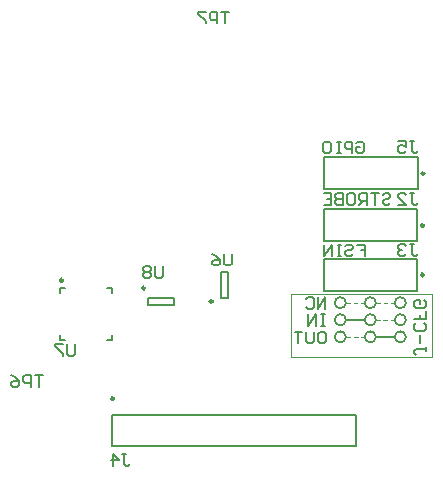
<source format=gbo>
G04*
G04 #@! TF.GenerationSoftware,Altium Limited,Altium Designer,24.2.2 (26)*
G04*
G04 Layer_Color=32896*
%FSLAX44Y44*%
%MOMM*%
G71*
G04*
G04 #@! TF.SameCoordinates,6EDC250C-81D3-48BC-95F6-F0A130F5604E*
G04*
G04*
G04 #@! TF.FilePolarity,Positive*
G04*
G01*
G75*
%ADD10C,0.1000*%
%ADD11C,0.2500*%
%ADD12C,0.2000*%
%ADD13C,0.1530*%
D10*
X340391Y131050D02*
X343538D01*
X347021D02*
X350168D01*
X353198D02*
X356345D01*
X366091Y145550D02*
X369239D01*
X372024Y145426D02*
X375171D01*
X378205Y145384D02*
X381352D01*
X378387Y160000D02*
X381534D01*
X372206D02*
X375353D01*
X366273D02*
X369421D01*
X353137D02*
X356284D01*
X346960D02*
X350107D01*
X340330D02*
X343477D01*
X293500Y167200D02*
X413400D01*
Y122800D02*
Y167200D01*
Y114380D02*
Y122800D01*
X293500Y114380D02*
X413400D01*
X293500D02*
Y167200D01*
D11*
X100750Y179000D02*
G03*
X100750Y179000I-1250J0D01*
G01*
X406750Y269500D02*
G03*
X406750Y269500I-1250J0D01*
G01*
X406350Y225500D02*
G03*
X406350Y225500I-1250J0D01*
G01*
Y183500D02*
G03*
X406350Y183500I-1250J0D01*
G01*
X143850Y78800D02*
G03*
X143850Y78800I-1250J0D01*
G01*
X227658Y161133D02*
G03*
X227658Y161133I-1250J0D01*
G01*
X170408Y172383D02*
G03*
X170408Y172383I-1250J0D01*
G01*
D12*
X340330Y131046D02*
G03*
X340330Y131046I-4730J0D01*
G01*
X365730D02*
G03*
X365730Y131046I-4730J0D01*
G01*
X391130D02*
G03*
X391130Y131046I-4730J0D01*
G01*
X340330Y145547D02*
G03*
X340330Y145547I-4730J0D01*
G01*
X365730D02*
G03*
X365730Y145547I-4730J0D01*
G01*
X391130D02*
G03*
X391130Y145547I-4730J0D01*
G01*
Y160000D02*
G03*
X391130Y160000I-4730J0D01*
G01*
X365730D02*
G03*
X365730Y160000I-4730J0D01*
G01*
X340330D02*
G03*
X340330Y160000I-4730J0D01*
G01*
X98000Y172500D02*
X102250D01*
X98000Y168250D02*
Y172500D01*
Y128500D02*
Y132750D01*
Y128500D02*
X102250D01*
X137750D02*
X142000D01*
Y132750D01*
X137750Y172500D02*
X142000D01*
Y168250D02*
Y172500D01*
X366235Y131050D02*
X381670D01*
X340736Y145550D02*
X356299Y145541D01*
X321800Y256050D02*
Y282950D01*
X401000D01*
Y256050D02*
Y282950D01*
X321800Y256050D02*
X401000D01*
X321400Y212050D02*
Y238950D01*
X400600D01*
Y212050D02*
Y238950D01*
X321400Y212050D02*
X400600D01*
X321400Y170050D02*
Y196950D01*
X400600D01*
Y170050D02*
Y196950D01*
X321400Y170050D02*
X400600D01*
X142700Y65250D02*
X348900D01*
X142700Y38350D02*
Y65250D01*
Y38350D02*
X348900D01*
Y65250D01*
X234408Y186383D02*
X240408D01*
X234408Y164383D02*
X240408D01*
Y186383D01*
X234408Y164383D02*
Y186383D01*
X172408Y164383D02*
X194408D01*
X172408Y158383D02*
X194408D01*
X172408D02*
Y164383D01*
X194408Y158383D02*
Y164383D01*
D13*
X322970Y154530D02*
Y164527D01*
X316306Y154530D01*
Y164527D01*
X306309Y162861D02*
X307975Y164527D01*
X311307D01*
X312973Y162861D01*
Y156196D01*
X311307Y154530D01*
X307975D01*
X306309Y156196D01*
X371382Y250811D02*
X373049Y252477D01*
X376381D01*
X378047Y250811D01*
Y249144D01*
X376381Y247478D01*
X373049D01*
X371382Y245812D01*
Y244146D01*
X373049Y242480D01*
X376381D01*
X378047Y244146D01*
X368050Y252477D02*
X361386D01*
X364718D01*
Y242480D01*
X358053D02*
Y252477D01*
X353055D01*
X351389Y250811D01*
Y247478D01*
X353055Y245812D01*
X358053D01*
X354721D02*
X351389Y242480D01*
X343058Y252477D02*
X346390D01*
X348057Y250811D01*
Y244146D01*
X346390Y242480D01*
X343058D01*
X341392Y244146D01*
Y250811D01*
X343058Y252477D01*
X338060D02*
Y242480D01*
X333061D01*
X331395Y244146D01*
Y245812D01*
X333061Y247478D01*
X338060D01*
X333061D01*
X331395Y249144D01*
Y250811D01*
X333061Y252477D01*
X338060D01*
X321399D02*
X328063D01*
Y242480D01*
X321399D01*
X328063Y247478D02*
X324731D01*
X318472Y135527D02*
X321804D01*
X323470Y133861D01*
Y127196D01*
X321804Y125530D01*
X318472D01*
X316805Y127196D01*
Y133861D01*
X318472Y135527D01*
X313473D02*
Y127196D01*
X311807Y125530D01*
X308475D01*
X306809Y127196D01*
Y135527D01*
X303477D02*
X296812D01*
X300144D01*
Y125530D01*
X349219Y294811D02*
X350885Y296477D01*
X354217D01*
X355883Y294811D01*
Y288146D01*
X354217Y286480D01*
X350885D01*
X349219Y288146D01*
Y291478D01*
X352551D01*
X345887Y286480D02*
Y296477D01*
X340888D01*
X339222Y294811D01*
Y291478D01*
X340888Y289812D01*
X345887D01*
X335890Y296477D02*
X332558D01*
X334224D01*
Y286480D01*
X335890D01*
X332558D01*
X322561Y296477D02*
X325893D01*
X327559Y294811D01*
Y288146D01*
X325893Y286480D01*
X322561D01*
X320895Y288146D01*
Y294811D01*
X322561Y296477D01*
X349898Y209255D02*
X356562D01*
Y204257D01*
X353230D01*
X356562D01*
Y199258D01*
X339901Y207589D02*
X341567Y209255D01*
X344899D01*
X346565Y207589D01*
Y205923D01*
X344899Y204257D01*
X341567D01*
X339901Y202590D01*
Y200924D01*
X341567Y199258D01*
X344899D01*
X346565Y200924D01*
X336568Y209255D02*
X333236D01*
X334902D01*
Y199258D01*
X336568D01*
X333236D01*
X328238D02*
Y209255D01*
X321573Y199258D01*
Y209255D01*
X407935Y122574D02*
Y119242D01*
Y120908D01*
X399605D01*
X397939Y119242D01*
Y117576D01*
X399605Y115910D01*
X402937Y125907D02*
Y132571D01*
X406269Y142568D02*
X407935Y140902D01*
Y137570D01*
X406269Y135904D01*
X399605D01*
X397939Y137570D01*
Y140902D01*
X399605Y142568D01*
X407935Y152565D02*
Y145900D01*
X402937D01*
Y149233D01*
Y145900D01*
X397939D01*
X406269Y162561D02*
X407935Y160895D01*
Y157563D01*
X406269Y155897D01*
X399605D01*
X397939Y157563D01*
Y160895D01*
X399605Y162561D01*
X402937D01*
Y159229D01*
X322970Y150027D02*
X319638D01*
X321304D01*
Y140030D01*
X322970D01*
X319638D01*
X314639D02*
Y150027D01*
X307975Y140030D01*
Y150027D01*
X83829Y98498D02*
X77165D01*
X80497D01*
Y88502D01*
X73832D02*
Y98498D01*
X68834D01*
X67168Y96832D01*
Y93500D01*
X68834Y91834D01*
X73832D01*
X57171Y98498D02*
X60503Y96832D01*
X63836Y93500D01*
Y90168D01*
X62169Y88502D01*
X58837D01*
X57171Y90168D01*
Y91834D01*
X58837Y93500D01*
X63836D01*
X241506Y406440D02*
X234841D01*
X238173D01*
Y396443D01*
X231509D02*
Y406440D01*
X226511D01*
X224844Y404774D01*
Y401442D01*
X226511Y399776D01*
X231509D01*
X221512Y406440D02*
X214848D01*
Y404774D01*
X221512Y398110D01*
Y396443D01*
X185331Y190998D02*
Y182668D01*
X183664Y181002D01*
X180332D01*
X178666Y182668D01*
Y190998D01*
X175334Y189332D02*
X173668Y190998D01*
X170336D01*
X168669Y189332D01*
Y187666D01*
X170336Y186000D01*
X168669Y184334D01*
Y182668D01*
X170336Y181002D01*
X173668D01*
X175334Y182668D01*
Y184334D01*
X173668Y186000D01*
X175334Y187666D01*
Y189332D01*
X173668Y186000D02*
X170336D01*
X110831Y124998D02*
Y116668D01*
X109164Y115002D01*
X105832D01*
X104166Y116668D01*
Y124998D01*
X100834D02*
X94169D01*
Y123332D01*
X100834Y116668D01*
Y115002D01*
X243831Y201498D02*
Y193168D01*
X242164Y191502D01*
X238832D01*
X237166Y193168D01*
Y201498D01*
X227169D02*
X230502Y199832D01*
X233834Y196500D01*
Y193168D01*
X232168Y191502D01*
X228836D01*
X227169Y193168D01*
Y194834D01*
X228836Y196500D01*
X233834D01*
X394666Y296998D02*
X397998D01*
X396332D01*
Y288668D01*
X397998Y287002D01*
X399664D01*
X401331Y288668D01*
X384669Y296998D02*
X391334D01*
Y292000D01*
X388002Y293666D01*
X386335D01*
X384669Y292000D01*
Y288668D01*
X386335Y287002D01*
X389668D01*
X391334Y288668D01*
X151166Y31998D02*
X154498D01*
X152832D01*
Y23668D01*
X154498Y22002D01*
X156165D01*
X157831Y23668D01*
X142836Y22002D02*
Y31998D01*
X147834Y27000D01*
X141169D01*
X394666Y209498D02*
X397998D01*
X396332D01*
Y201168D01*
X397998Y199502D01*
X399664D01*
X401331Y201168D01*
X391334Y207832D02*
X389668Y209498D01*
X386335D01*
X384669Y207832D01*
Y206166D01*
X386335Y204500D01*
X388002D01*
X386335D01*
X384669Y202834D01*
Y201168D01*
X386335Y199502D01*
X389668D01*
X391334Y201168D01*
X394666Y252498D02*
X397998D01*
X396332D01*
Y244168D01*
X397998Y242502D01*
X399664D01*
X401331Y244168D01*
X384669Y242502D02*
X391334D01*
X384669Y249166D01*
Y250832D01*
X386335Y252498D01*
X389668D01*
X391334Y250832D01*
M02*

</source>
